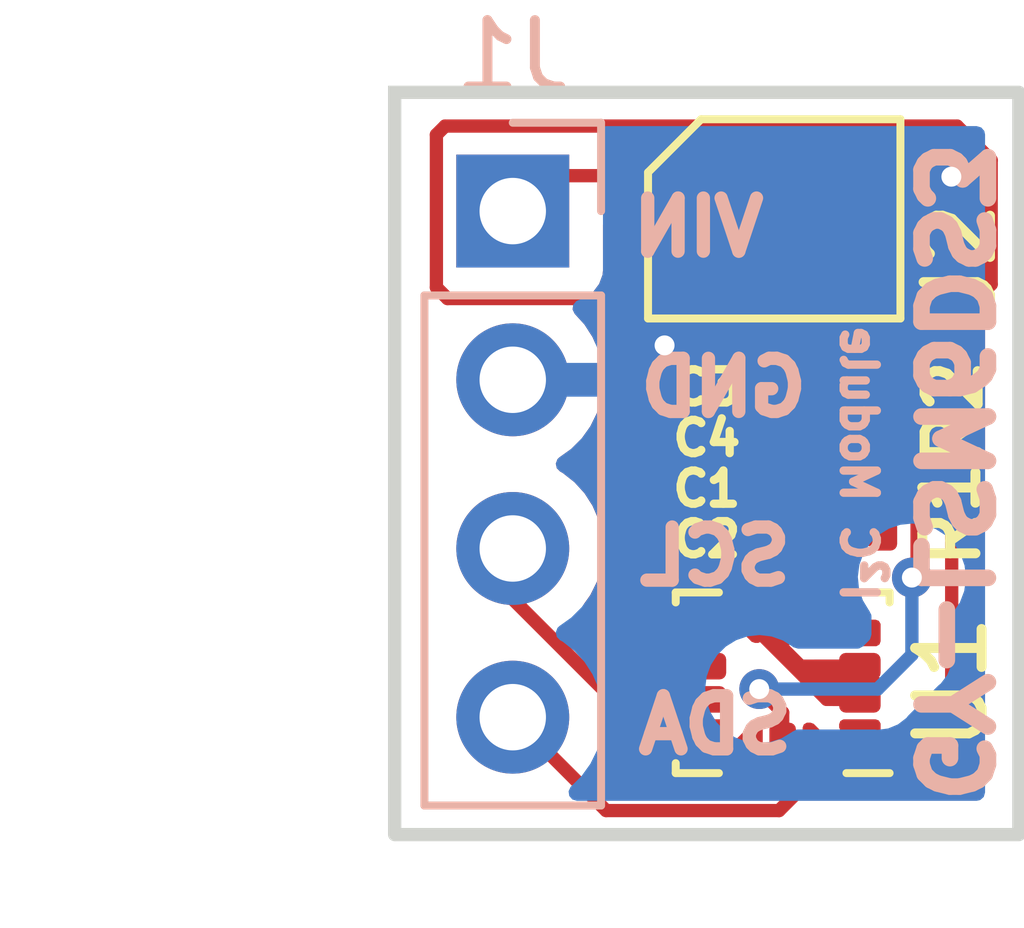
<source format=kicad_pcb>
(kicad_pcb (version 20211014) (generator pcbnew)
  (layers (0 "F.Cu" signal) (31 "B.Cu" signal) (34 "B.Paste" user) (35 "F.Paste" user) (36 "B.SilkS" user "B.Silkscreen") (37 "F.SilkS" user "F.Silkscreen") (38 "B.Mask" user) (39 "F.Mask" user) (44 "Edge.Cuts" user))
  (net 0 "")
  (net 1 "GND")
  (net 2 "+1V8")
  (net 3 "+5V")
  (net 4 "Net-(J1-Pad3)")
  (net 5 "Net-(J1-Pad4)")
  (footprint "Capacitor_SMD:C_0201_0603Metric" (layer "F.Cu") (at 150.531 91.44)
    (fp_text reference "C1" (at -1.306 0) (layer "F.SilkS") (effects (font (size 0.5 0.5) (thickness 0.125))))
    (fp_text value "C_Small")
    (pad "1" smd roundrect (at -0.32 0) (size 0.46 0.4) (layers "F.Cu" "F.Mask") (net 1 "GND"))
    (pad "2" smd roundrect (at 0.32 0) (size 0.46 0.4) (layers "F.Cu" "F.Mask") (net 2 "+1V8"))
  )
  (footprint "Capacitor_SMD:C_0201_0603Metric" (layer "F.Cu") (at 150.531 90.678 180)
    (fp_text reference "C4" (at 1.306 0) (layer "F.SilkS") (effects (font (size 0.5 0.5) (thickness 0.125))))
    (fp_text value "C_Small")
    (pad "1" smd roundrect (at -0.32 0 180) (size 0.46 0.4) (layers "F.Cu" "F.Mask") (net 2 "+1V8"))
    (pad "2" smd roundrect (at 0.32 0 180) (size 0.46 0.4) (layers "F.Cu" "F.Mask") (net 1 "GND"))
  )
  (footprint "LSM6DS3:NCP563" (layer "F.Cu") (at 150.241 87.376 -90)
    (fp_text reference "U2" (at 0.762 -2.794 90) (layer "F.SilkS"))
    (fp_text value "NCP563")
    (fp_line (start 1.5 -1.9) (end 1.5 1.9) (layer "F.SilkS") (width 0.12))
    (fp_line (start -0.7 1.9) (end -1.5 1.1) (layer "F.SilkS") (width 0.12))
    (fp_line (start -1.5 -1.9) (end 1.5 -1.9) (layer "F.SilkS") (width 0.12))
    (fp_line (start 1.5 1.9) (end -0.7 1.9) (layer "F.SilkS") (width 0.12))
    (fp_line (start -1.5 1.1) (end -1.5 -1.9) (layer "F.SilkS") (width 0.12))
    (pad "1" smd rect (at -0.65 -0.95 270) (size 0.7 0.9) (layers "F.Cu" "F.Paste" "F.Mask") (net 1 "GND"))
    (pad "2" smd rect (at -0.65 0.95 270) (size 0.7 0.9) (layers "F.Cu" "F.Paste" "F.Mask") (net 3 "+5V"))
    (pad "3" smd rect (at 0.65 0.95 270) (size 0.7 0.9) (layers "F.Cu" "F.Paste" "F.Mask") (net 2 "+1V8"))
    (pad "4" smd rect (at 0.65 -0.95 270) (size 0.7 0.9) (layers "F.Cu" "F.Paste" "F.Mask"))
  )
  (footprint "Package_LGA:LGA-14_3x2.5mm_P0.5mm_LayoutBorder3x4y" (layer "F.Cu") (at 150.368 94.361 180)
    (fp_text reference "U1" (at -2.54 0 90) (layer "F.SilkS"))
    (fp_text value "LSM6DS3")
    (fp_line (start 1.61 -1.36) (end 1.61 -1.21) (layer "F.SilkS") (width 0.12))
    (fp_line (start -0.96 1.36) (end -1.61 1.36) (layer "F.SilkS") (width 0.12))
    (fp_line (start 0.96 -1.36) (end 1.61 -1.36) (layer "F.SilkS") (width 0.12))
    (fp_line (start -0.96 -1.36) (end -1.61 -1.36) (layer "F.SilkS") (width 0.12))
    (fp_line (start 1.61 1.36) (end 1.61 1.21) (layer "F.SilkS") (width 0.12))
    (fp_line (start -1.61 1.36) (end -1.61 1.21) (layer "F.SilkS") (width 0.12))
    (fp_line (start 0.96 1.36) (end 1.61 1.36) (layer "F.SilkS") (width 0.12))
    (pad "1" smd custom (at -1.1625 -0.75 180) (size 0.223223 0.223223) (layers "F.Cu" "F.Paste" "F.Mask") (options (clearance outline) (anchor circle)) (primitives (gr_poly (pts (xy 0.2375 0.081066) (xy 0.2375 0.125) (xy -0.2375 0.125) (xy -0.2375 -0.125) (xy 0.031434 -0.125)) (width 0.15) (fill yes))))
    (pad "2" smd roundrect (at -1.1625 -0.25 180) (size 0.625 0.4) (layers "F.Cu" "F.Paste" "F.Mask") (net 1 "GND"))
    (pad "3" smd roundrect (at -1.1625 0.25 180) (size 0.625 0.4) (layers "F.Cu" "F.Paste" "F.Mask") (net 1 "GND"))
    (pad "4" smd custom (at -1.1625 0.75 180) (size 0.223223 0.223223) (layers "F.Cu" "F.Paste" "F.Mask") (options (clearance outline) (anchor circle)) (primitives (gr_poly (pts (xy 0.2375 -0.081066) (xy 0.031434 0.125) (xy -0.2375 0.125) (xy -0.2375 -0.125) (xy 0.2375 -0.125)) (width 0.15) (fill yes))))
    (pad "5" smd custom (at -0.5 0.9125 180) (size 0.223223 0.223223) (layers "F.Cu" "F.Paste" "F.Mask") (net 2 "+1V8") (options (clearance outline) (anchor circle)) (primitives (gr_poly (pts (xy 0.125 0.2375) (xy -0.125 0.2375) (xy -0.125 -0.031434) (xy 0.081066 -0.2375) (xy 0.125 -0.2375)) (width 0.15) (fill yes))))
    (pad "6" smd roundrect (at 0 0.9125 180) (size 0.4 0.625) (layers "F.Cu" "F.Paste" "F.Mask") (net 1 "GND"))
    (pad "7" smd custom (at 0.5 0.9125 180) (size 0.223223 0.223223) (layers "F.Cu" "F.Paste" "F.Mask") (net 1 "GND") (options (clearance outline) (anchor circle)) (primitives (gr_poly (pts (xy 0.125 -0.031434) (xy 0.125 0.2375) (xy -0.125 0.2375) (xy -0.125 -0.2375) (xy -0.081066 -0.2375)) (width 0.15) (fill yes))))
    (pad "8" smd custom (at 1.1625 0.75 180) (size 0.223223 0.223223) (layers "F.Cu" "F.Paste" "F.Mask") (net 2 "+1V8") (options (clearance outline) (anchor circle)) (primitives (gr_poly (pts (xy 0.2375 0.125) (xy -0.031434 0.125) (xy -0.2375 -0.081066) (xy -0.2375 -0.125) (xy 0.2375 -0.125)) (width 0.15) (fill yes))))
    (pad "9" smd roundrect (at 1.1625 0.25 180) (size 0.625 0.4) (layers "F.Cu" "F.Paste" "F.Mask"))
    (pad "10" smd roundrect (at 1.1625 -0.25 180) (size 0.625 0.4) (layers "F.Cu" "F.Paste" "F.Mask"))
    (pad "11" smd custom (at 1.1625 -0.75 180) (size 0.223223 0.223223) (layers "F.Cu" "F.Paste" "F.Mask") (options (clearance outline) (anchor circle)) (primitives (gr_poly (pts (xy 0.2375 0.125) (xy -0.2375 0.125) (xy -0.2375 0.081066) (xy -0.031434 -0.125) (xy 0.2375 -0.125)) (width 0.15) (fill yes))))
    (pad "12" smd custom (at 0.5 -0.9125 180) (size 0.223223 0.223223) (layers "F.Cu" "F.Paste" "F.Mask") (options (clearance outline) (anchor circle)) (primitives (gr_poly (pts (xy 0.125 0.031434) (xy -0.081066 0.2375) (xy -0.125 0.2375) (xy -0.125 -0.2375) (xy 0.125 -0.2375)) (width 0.15) (fill yes))))
    (pad "13" smd roundrect (at 0 -0.9125 180) (size 0.4 0.625) (layers "F.Cu" "F.Paste" "F.Mask") (net 4 "Net-(J1-Pad3)"))
    (pad "14" smd custom (at -0.5 -0.9125 180) (size 0.223223 0.223223) (layers "F.Cu" "F.Paste" "F.Mask") (net 5 "Net-(J1-Pad4)") (options (clearance outline) (anchor circle)) (primitives (gr_poly (pts (xy 0.125 0.2375) (xy 0.081066 0.2375) (xy -0.125 0.031434) (xy -0.125 -0.2375) (xy 0.125 -0.2375)) (width 0.15) (fill yes))))
  )
  (footprint "Resistor_SMD:R_0201_0603Metric" (layer "F.Cu") (at 151.892 91.821 90)
    (fp_text reference "R1" (at 0 1.016 90) (layer "F.SilkS") (effects (font (size 0.8 0.8))))
    (fp_text value "R")
    (pad "1" smd roundrect (at -0.32 0 90) (size 0.46 0.4) (layers "F.Cu" "F.Mask") (net 2 "+1V8"))
    (pad "2" smd roundrect (at 0.32 0 90) (size 0.46 0.4) (layers "F.Cu" "F.Mask") (net 4 "Net-(J1-Pad3)"))
  )
  (footprint "Capacitor_SMD:C_0201_0603Metric" (layer "F.Cu") (at 150.531 92.202 180)
    (fp_text reference "C2" (at 1.306 0) (layer "F.SilkS") (effects (font (size 0.5 0.5) (thickness 0.125))))
    (fp_text value "C_Small")
    (pad "1" smd roundrect (at -0.32 0 180) (size 0.46 0.4) (layers "F.Cu" "F.Mask") (net 2 "+1V8"))
    (pad "2" smd roundrect (at 0.32 0 180) (size 0.46 0.4) (layers "F.Cu" "F.Mask") (net 1 "GND"))
  )
  (footprint "Capacitor_SMD:C_0201_0603Metric" (layer "F.Cu") (at 150.531 89.916 180)
    (fp_text reference "C3" (at 1.306 0) (layer "F.SilkS") (effects (font (size 0.5 0.5) (thickness 0.125))))
    (fp_text value "C_Small")
    (pad "1" smd roundrect (at -0.32 0 180) (size 0.46 0.4) (layers "F.Cu" "F.Mask") (net 3 "+5V"))
    (pad "2" smd roundrect (at 0.32 0 180) (size 0.46 0.4) (layers "F.Cu" "F.Mask") (net 1 "GND"))
  )
  (footprint "Resistor_SMD:R_0201_0603Metric" (layer "F.Cu") (at 151.892 90.297 -90)
    (fp_text reference "R2" (at 0 -1.05 90) (layer "F.SilkS") (effects (font (size 0.8 0.8))))
    (fp_text value "R")
    (pad "1" smd roundrect (at -0.32 0 270) (size 0.46 0.4) (layers "F.Cu" "F.Mask") (net 2 "+1V8"))
    (pad "2" smd roundrect (at 0.32 0 270) (size 0.46 0.4) (layers "F.Cu" "F.Mask") (net 5 "Net-(J1-Pad4)"))
  )
  (footprint "Connector_PinHeader_2.54mm:PinHeader_1x04_P2.54mm_Vertical" (layer "B.Cu") (at 146.304 87.259 180)
    (fp_text reference "J1" (at 0 2.33) (layer "B.SilkS") (effects (justify mirror)))
    (fp_text value "Conn_01x04_Female")
    (fp_line (start -1.33 0) (end -1.33 1.33) (layer "B.SilkS") (width 0.12))
    (fp_line (start 1.33 -1.27) (end 1.33 -8.95) (layer "B.SilkS") (width 0.12))
    (fp_line (start -1.33 -1.27) (end -1.33 -8.95) (layer "B.SilkS") (width 0.12))
    (fp_line (start -1.33 -1.27) (end 1.33 -1.27) (layer "B.SilkS") (width 0.12))
    (fp_line (start -1.33 1.33) (end 0 1.33) (layer "B.SilkS") (width 0.12))
    (fp_line (start -1.33 -8.95) (end 1.33 -8.95) (layer "B.SilkS") (width 0.12))
    (pad "1" thru_hole rect (at 0 0 180) (size 1.7 1.7) (drill 1) (layers *.Cu *.Mask) (net 3 "+5V"))
    (pad "2" thru_hole oval (at 0 -2.54 180) (size 1.7 1.7) (drill 1) (layers *.Cu *.Mask) (net 1 "GND"))
    (pad "3" thru_hole oval (at 0 -5.08 180) (size 1.7 1.7) (drill 1) (layers *.Cu *.Mask) (net 4 "Net-(J1-Pad3)"))
    (pad "4" thru_hole oval (at 0 -7.62 180) (size 1.7 1.7) (drill 1) (layers *.Cu *.Mask) (net 5 "Net-(J1-Pad4)"))
  )
  (gr_rect (start 144.526 85.471) (end 153.924 96.647) (layer "Edge.Cuts") (width 0.2) (fill none))
  (gr_text "VIN" (at 149.098 87.503) (layer "B.SilkS") (effects (font (size 0.8 0.8) (thickness 0.2)) (justify mirror)))
  (gr_text "GND" (at 149.479 89.916) (layer "B.SilkS") (effects (font (size 0.8 0.8) (thickness 0.2)) (justify mirror)))
  (gr_text "SCL" (at 149.352 92.456) (layer "B.SilkS") (effects (font (size 0.8 0.8) (thickness 0.2)) (justify mirror)))
  (gr_text "SDA" (at 149.352 94.996) (layer "B.SilkS") (effects (font (size 0.8 0.8) (thickness 0.2)) (justify mirror)))
  (gr_text "GY-LSM6DS3" (at 152.908 91.186 -90) (layer "B.SilkS") (effects (font (size 1 1) (thickness 0.25)) (justify mirror)))
  (gr_text "I²C Module" (at 151.511 91.059 270) (layer "B.SilkS") (effects (font (size 0.5 0.5) (thickness 0.125)) (justify mirror)))
  (segment (start 151.003 94.234) (end 150.749 94.234) (width 0.2) (layer "F.Cu") (net 1))
  (segment (start 151.638 94.234) (end 151.003 94.234) (width 0.2) (layer "F.Cu") (net 1))
  (segment (start 151.206 86.741) (end 151.191 86.726) (width 0.2) (layer "F.Cu") (net 1))
  (segment (start 149.868 93.4485) (end 151.0305 94.611) (width 0.2) (layer "F.Cu") (net 1))
  (segment (start 151.003 94.234) (end 151.38 94.611) (width 0.2) (layer "F.Cu") (net 1))
  (segment (start 151.0305 94.611) (end 151.5305 94.611) (width 0.2) (layer "F.Cu") (net 1))
  (segment (start 149.576 89.281) (end 150.211 89.916) (width 0.2) (layer "F.Cu") (net 1))
  (segment (start 149.868 93.4485) (end 150.368 93.4485) (width 0.2) (layer "F.Cu") (net 1))
  (segment (start 150.749 94.234) (end 151.126 94.611) (width 0.2) (layer "F.Cu") (net 1))
  (segment (start 150.211 93.2915) (end 150.368 93.4485) (width 0.2) (layer "F.Cu") (net 1))
  (segment (start 150.2175 93.599) (end 150.368 93.4485) (width 0.2) (layer "F.Cu") (net 1))
  (segment (start 150.872 94.111) (end 150.749 94.234) (width 0.2) (layer "F.Cu") (net 1))
  (segment (start 150.368 93.840651) (end 150.368 93.4485) (width 0.2) (layer "F.Cu") (net 1))
  (segment (start 150.638349 94.111) (end 150.368 93.840651) (width 0.2) (layer "F.Cu") (net 1))
  (segment (start 151.257 94.361) (end 151.765 94.361) (width 0.2) (layer "F.Cu") (net 1))
  (segment (start 150.211 89.916) (end 150.211 93.2915) (width 0.2) (layer "F.Cu") (net 1))
  (segment (start 148.59 89.281) (end 149.576 89.281) (width 0.2) (layer "F.Cu") (net 1))
  (segment (start 151.38 94.611) (end 151.5305 94.611) (width 0.2) (layer "F.Cu") (net 1))
  (segment (start 151.126 94.611) (end 151.5305 94.611) (width 0.2) (layer "F.Cu") (net 1))
  (segment (start 151.5305 94.111) (end 150.638349 94.111) (width 0.2) (layer "F.Cu") (net 1))
  (segment (start 151.765 94.361) (end 151.638 94.234) (width 0.2) (layer "F.Cu") (net 1))
  (segment (start 152.908 86.741) (end 151.206 86.741) (width 0.2) (layer "F.Cu") (net 1))
  (segment (start 150.211 93.1055) (end 149.868 93.4485) (width 0.2) (layer "F.Cu") (net 1))
  (segment (start 150.114 93.599) (end 150.2175 93.599) (width 0.2) (layer "F.Cu") (net 1))
  (segment (start 150.211 89.916) (end 150.211 93.1055) (width 0.2) (layer "F.Cu") (net 1))
  (segment (start 151.5305 94.111) (end 150.872 94.111) (width 0.2) (layer "F.Cu") (net 1))
  (via (at 148.59 89.281) (size 0.6) (drill 0.3) (layers "F.Cu" "B.Cu") (net 1))
  (via (at 152.908 86.741) (size 0.6) (drill 0.3) (layers "F.Cu" "B.Cu") (net 1))
  (segment (start 148.641 88.026) (end 147.990489 88.676511) (width 0.2) (layer "F.Cu") (net 2))
  (segment (start 150.868 93.4485) (end 150.868 92.219) (width 0.2) (layer "F.Cu") (net 2))
  (segment (start 153.507511 86.492673) (end 153.507511 88.361489) (width 0.2) (layer "F.Cu") (net 2))
  (segment (start 150.851 92.202) (end 151.384 92.202) (width 0.2) (layer "F.Cu") (net 2))
  (segment (start 148.641 88.576) (end 145.321978 88.576) (width 0.2) (layer "F.Cu") (net 2))
  (segment (start 151.384 90.329994) (end 151.736994 89.977) (width 0.2) (layer "F.Cu") (net 2))
  (segment (start 145.154489 86.109489) (end 145.284978 85.979) (width 0.2) (layer "F.Cu") (net 2))
  (segment (start 151.384 92.202) (end 151.831 92.202) (width 0.2) (layer "F.Cu") (net 2))
  (segment (start 145.284978 85.979) (end 152.993838 85.979) (width 0.2) (layer "F.Cu") (net 2))
  (segment (start 145.154489 88.408511) (end 145.154489 86.109489) (width 0.2) (layer "F.Cu") (net 2))
  (segment (start 147.990489 88.676511) (end 147.990489 92.395989) (width 0.2) (layer "F.Cu") (net 2))
  (segment (start 149.191 88.026) (end 148.641 88.576) (width 0.2) (layer "F.Cu") (net 2))
  (segment (start 150.868 92.219) (end 150.851 92.202) (width 0.2) (layer "F.Cu") (net 2))
  (segment (start 152.993838 85.979) (end 153.507511 86.492673) (width 0.2) (layer "F.Cu") (net 2))
  (segment (start 147.990489 92.395989) (end 149.2055 93.611) (width 0.2) (layer "F.Cu") (net 2))
  (segment (start 151.831 92.202) (end 151.892 92.141) (width 0.2) (layer "F.Cu") (net 2))
  (segment (start 149.291 88.026) (end 148.641 88.026) (width 0.2) (layer "F.Cu") (net 2))
  (segment (start 149.291 88.026) (end 149.191 88.026) (width 0.2) (layer "F.Cu") (net 2))
  (segment (start 151.384 92.202) (end 151.384 90.329994) (width 0.2) (layer "F.Cu") (net 2))
  (segment (start 153.507511 88.361489) (end 151.892 89.977) (width 0.2) (layer "F.Cu") (net 2))
  (segment (start 145.321978 88.576) (end 145.154489 88.408511) (width 0.2) (layer "F.Cu") (net 2))
  (segment (start 151.736994 89.977) (end 151.892 89.977) (width 0.2) (layer "F.Cu") (net 2))
  (segment (start 146.837 86.726) (end 146.304 87.259) (width 0.2) (layer "F.Cu") (net 3))
  (segment (start 150.851 89.760994) (end 150.851 89.916) (width 0.2) (layer "F.Cu") (net 3))
  (segment (start 149.291 86.726) (end 146.837 86.726) (width 0.2) (layer "F.Cu") (net 3))
  (segment (start 150.368 89.277994) (end 150.851 89.760994) (width 0.2) (layer "F.Cu") (net 3))
  (segment (start 149.291 86.726) (end 150.368 87.803) (width 0.2) (layer "F.Cu") (net 3))
  (segment (start 150.368 87.803) (end 150.368 89.277994) (width 0.2) (layer "F.Cu") (net 3))
  (segment (start 146.304 93.101651) (end 149.087869 95.88552) (width 0.2) (layer "F.Cu") (net 4))
  (segment (start 152.313443 92.777039) (end 152.337817 92.801413) (width 0.2) (layer "F.Cu") (net 4))
  (segment (start 152.337817 92.801413) (end 152.39152 92.801413) (width 0.2) (layer "F.Cu") (net 4))
  (segment (start 152.39152 92.698962) (end 152.39152 91.81252) (width 0.2) (layer "F.Cu") (net 4))
  (segment (start 150.148131 95.88552) (end 150.368 95.665651) (width 0.2) (layer "F.Cu") (net 4))
  (segment (start 152.08 91.501) (end 151.892 91.501) (width 0.2) (layer "F.Cu") (net 4))
  (segment (start 146.304 92.339) (end 146.304 93.101651) (width 0.2) (layer "F.Cu") (net 4))
  (segment (start 150.368 95.665651) (end 150.368 95.2735) (width 0.2) (layer "F.Cu") (net 4))
  (segment (start 152.313443 92.777039) (end 152.381884 92.84548) (width 0.2) (layer "F.Cu") (net 4))
  (segment (start 149.087869 95.88552) (end 150.148131 95.88552) (width 0.2) (layer "F.Cu") (net 4))
  (segment (start 152.39152 91.81252) (end 152.08 91.501) (width 0.2) (layer "F.Cu") (net 4))
  (segment (start 150.014959 94.455857) (end 150.368 94.808898) (width 0.2) (layer "F.Cu") (net 4))
  (segment (start 152.313443 92.777039) (end 152.39152 92.698962) (width 0.2) (layer "F.Cu") (net 4))
  (segment (start 150.368 94.808898) (end 150.368 95.2735) (width 0.2) (layer "F.Cu") (net 4))
  (segment (start 152.381884 92.84548) (end 152.39152 92.84548) (width 0.2) (layer "F.Cu") (net 4))
  (via (at 152.313443 92.777039) (size 0.6) (drill 0.3) (layers "F.Cu" "B.Cu") (net 4))
  (via (at 150.014959 94.455857) (size 0.6) (drill 0.3) (layers "F.Cu" "B.Cu") (net 4))
  (segment (start 151.797143 94.455857) (end 152.313443 93.939557) (width 0.2) (layer "B.Cu") (net 4))
  (segment (start 150.014959 94.455857) (end 151.797143 94.455857) (width 0.2) (layer "B.Cu") (net 4))
  (segment (start 152.313443 93.939557) (end 152.313443 92.777039) (width 0.2) (layer "B.Cu") (net 4))
  (segment (start 152.03948 95.61052) (end 152.912943 94.737057) (width 0.2) (layer "F.Cu") (net 5))
  (segment (start 146.304 94.879) (end 147.71004 96.28504) (width 0.2) (layer "F.Cu") (net 5))
  (segment (start 150.868 95.730657) (end 150.868 95.2735) (width 0.2) (layer "F.Cu") (net 5))
  (segment (start 152.912943 91.637943) (end 151.892 90.617) (width 0.2) (layer "F.Cu") (net 5))
  (segment (start 150.868 95.2735) (end 151.20502 95.61052) (width 0.2) (layer "F.Cu") (net 5))
  (segment (start 152.912943 94.737057) (end 152.912943 91.637943) (width 0.2) (layer "F.Cu") (net 5))
  (segment (start 151.20502 95.61052) (end 152.03948 95.61052) (width 0.2) (layer "F.Cu") (net 5))
  (segment (start 147.71004 96.28504) (end 150.313618 96.285039) (width 0.2) (layer "F.Cu") (net 5))
  (segment (start 150.313618 96.285039) (end 150.868 95.730657) (width 0.2) (layer "F.Cu") (net 5))
  (zone (net 2) (net_name "+1V8") (layer "F.Cu") (connect_pads (clearance 0.508)) (min_thickness 0.254) (fill yes (thermal_gap 0.508) (thermal_bridge_width 0.508))
    (polygon (pts (xy 150.749 96.012) (xy 147.447 96.012) (xy 147.447 88.773) (xy 150.531 88.773)))
  )
  (zone (net 2) (net_name "+1V8") (layer "F.Cu") (connect_pads (clearance 0.508)) (min_thickness 0.254) (fill yes (thermal_gap 0.508) (thermal_bridge_width 0.508))
    (polygon (pts (xy 153.924 96.647) (xy 144.526 96.647) (xy 144.526 85.471) (xy 153.924 85.471)))
  )
  (zone (net 0) (net_name "") (layer "F.Cu") (connect_pads (clearance 0.508)) (min_thickness 0.254) (fill yes (thermal_gap 0.508) (thermal_bridge_width 0.508))
    (polygon (pts (xy 149.987 96.012) (xy 147.193 96.012) (xy 147.193 87.249) (xy 149.86 87.249)))
  )
  (zone (net 1) (net_name "GND") (layer "B.Cu") (connect_pads (clearance 0.508)) (min_thickness 0.254) (fill yes (thermal_gap 0.508) (thermal_bridge_width 0.508))
    (polygon (pts (xy 144.526 96.647) (xy 153.924 96.647) (xy 153.924 85.471) (xy 144.526 85.471)))
  )
)
</source>
